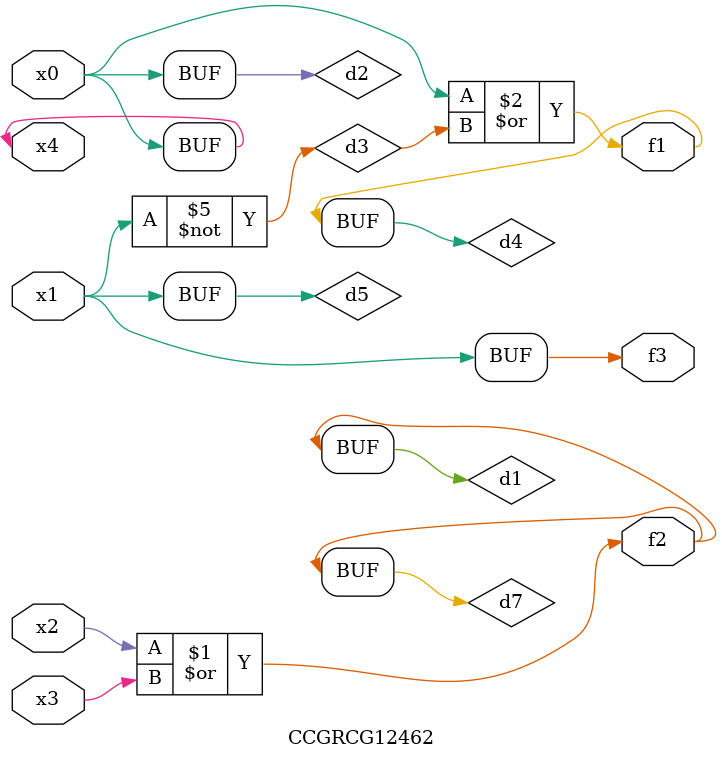
<source format=v>
module CCGRCG12462(
	input x0, x1, x2, x3, x4,
	output f1, f2, f3
);

	wire d1, d2, d3, d4, d5, d6, d7;

	or (d1, x2, x3);
	buf (d2, x0, x4);
	not (d3, x1);
	or (d4, d2, d3);
	not (d5, d3);
	nand (d6, d1, d3);
	or (d7, d1);
	assign f1 = d4;
	assign f2 = d7;
	assign f3 = d5;
endmodule

</source>
